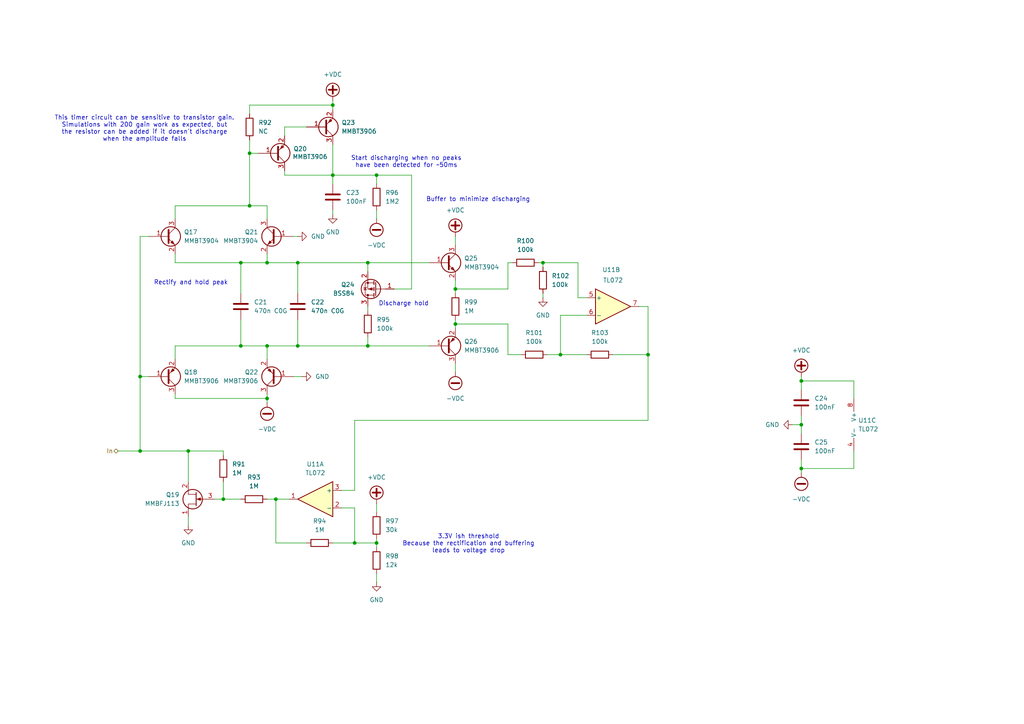
<source format=kicad_sch>
(kicad_sch (version 20231120) (generator "eeschema") (generator_version "8.0")
  (paper "A4")
  (title_block (title "ACID VCA CORE") (date "2025-03-27") (rev "1.0"))
  (lib_symbols
    (symbol "Amplifier_Operational:TL072" (pin_names (offset 0.127))
      (property "Reference" "U" (at 0 5.08 0))
      (property "Value" "TL072" (at 0 -5.08 0))
      (symbol "TL072_1_1"
        (polyline (pts (xy -5.08 5.08) (xy 5.08 0) (xy -5.08 -5.08) (xy -5.08 5.08)) (stroke (width 0.254)) (fill (type background)))
        (pin output line (at 7.62 0 180) (length 2.54) (name "~") (number "1"))
        (pin input line (at -7.62 -2.54 0) (length 2.54) (name "-") (number "2"))
        (pin input line (at -7.62 2.54 0) (length 2.54) (name "+") (number "3"))
      )
      (symbol "TL072_2_1"
        (polyline (pts (xy -5.08 5.08) (xy 5.08 0) (xy -5.08 -5.08) (xy -5.08 5.08)) (stroke (width 0.254)) (fill (type background)))
        (pin input line (at -7.62 2.54 0) (length 2.54) (name "+") (number "5"))
        (pin input line (at -7.62 -2.54 0) (length 2.54) (name "-") (number "6"))
        (pin output line (at 7.62 0 180) (length 2.54) (name "~") (number "7"))
      )
      (symbol "TL072_3_1"
        (pin power_in line (at -2.54 -7.62 90) (length 3.81) (name "V-") (number "4"))
        (pin power_in line (at -2.54 7.62 270) (length 3.81) (name "V+") (number "8"))
      )
    )
    (symbol "Device:C" (pin_numbers hide) (pin_names (offset 0.254))
      (property "Reference" "C" (at 0.635 2.54 0))
      (property "Value" "C" (at 0.635 -2.54 0))
      (symbol "C_0_1"
        (polyline (pts (xy -2.032 -0.762) (xy 2.032 -0.762)) (stroke (width 0.508)))
        (polyline (pts (xy -2.032 0.762) (xy 2.032 0.762)) (stroke (width 0.508)))
      )
      (symbol "C_1_1"
        (pin passive line (at 0 3.81 270) (length 2.794) (name "~") (number "1"))
        (pin passive line (at 0 -3.81 90) (length 2.794) (name "~") (number "2"))
      )
    )
    (symbol "Device:R" (pin_numbers hide) (pin_names (offset 0))
      (property "Reference" "R" (at 2.032 0 90))
      (property "Value" "R" (at 0 0 90))
      (symbol "R_0_1"
        (rectangle (start -1.016 -2.54) (end 1.016 2.54) (stroke (width 0.254)))
      )
      (symbol "R_1_1"
        (pin passive line (at 0 3.81 270) (length 1.27) (name "~") (number "1"))
        (pin passive line (at 0 -3.81 90) (length 1.27) (name "~") (number "2"))
      )
    )
    (symbol "Transistor_BJT:MMBT3904" (pin_names (offset 0) hide)
      (property "Reference" "Q" (at 5.08 1.905 0))
      (property "Value" "MMBT3904" (at 5.08 0 0))
      (symbol "MMBT3904_0_1"
        (polyline (pts (xy 0.635 0.635) (xy 2.54 2.54)))
        (polyline (pts (xy 0.635 -0.635) (xy 2.54 -2.54) (xy 2.54 -2.54)))
        (polyline (pts (xy 0.635 1.905) (xy 0.635 -1.905) (xy 0.635 -1.905)) (stroke (width 0.508)))
        (polyline (pts (xy 1.27 -1.778) (xy 1.778 -1.27) (xy 2.286 -2.286) (xy 1.27 -1.778) (xy 1.27 -1.778)) (fill (type outline)))
        (circle (center 1.27 0) (radius 2.8194) (stroke (width 0.254)))
      )
      (symbol "MMBT3904_1_1"
        (pin input line (at -5.08 0 0) (length 5.715) (name "B") (number "1"))
        (pin passive line (at 2.54 -5.08 90) (length 2.54) (name "E") (number "2"))
        (pin passive line (at 2.54 5.08 270) (length 2.54) (name "C") (number "3"))
      )
    )
    (symbol "Transistor_BJT:MMBT3906" (pin_names (offset 0) hide)
      (property "Reference" "Q" (at 5.08 1.905 0))
      (property "Value" "MMBT3906" (at 5.08 0 0))
      (symbol "MMBT3906_0_1"
        (polyline (pts (xy 0.635 0.635) (xy 2.54 2.54)))
        (polyline (pts (xy 0.635 -0.635) (xy 2.54 -2.54) (xy 2.54 -2.54)))
        (polyline (pts (xy 0.635 1.905) (xy 0.635 -1.905) (xy 0.635 -1.905)) (stroke (width 0.508)))
        (polyline (pts (xy 2.286 -1.778) (xy 1.778 -2.286) (xy 1.27 -1.27) (xy 2.286 -1.778) (xy 2.286 -1.778)) (fill (type outline)))
        (circle (center 1.27 0) (radius 2.8194) (stroke (width 0.254)))
      )
      (symbol "MMBT3906_1_1"
        (pin input line (at -5.08 0 0) (length 5.715) (name "B") (number "1"))
        (pin passive line (at 2.54 -5.08 90) (length 2.54) (name "E") (number "2"))
        (pin passive line (at 2.54 5.08 270) (length 2.54) (name "C") (number "3"))
      )
    )
    (symbol "Transistor_FET:BSS84" (pin_names hide)
      (property "Reference" "Q" (at 5.08 1.905 0))
      (property "Value" "BSS84" (at 5.08 0 0))
      (symbol "BSS84_0_1"
        (polyline (pts (xy 0.254 0) (xy -2.54 0)))
        (polyline (pts (xy 0.254 1.905) (xy 0.254 -1.905)) (stroke (width 0.254)))
        (polyline (pts (xy 0.762 -1.27) (xy 0.762 -2.286)) (stroke (width 0.254)))
        (polyline (pts (xy 0.762 0.508) (xy 0.762 -0.508)) (stroke (width 0.254)))
        (polyline (pts (xy 0.762 2.286) (xy 0.762 1.27)) (stroke (width 0.254)))
        (polyline (pts (xy 2.54 2.54) (xy 2.54 1.778)))
        (polyline (pts (xy 2.54 -2.54) (xy 2.54 0) (xy 0.762 0)))
        (polyline (pts (xy 0.762 1.778) (xy 3.302 1.778) (xy 3.302 -1.778) (xy 0.762 -1.778)))
        (polyline (pts (xy 2.286 0) (xy 1.27 0.381) (xy 1.27 -0.381) (xy 2.286 0)) (fill (type outline)))
        (polyline (pts (xy 2.794 -0.508) (xy 2.921 -0.381) (xy 3.683 -0.381) (xy 3.81 -0.254)))
        (polyline (pts (xy 3.302 -0.381) (xy 2.921 0.254) (xy 3.683 0.254) (xy 3.302 -0.381)))
        (circle (center 1.651 0) (radius 2.794) (stroke (width 0.254)))
        (circle (center 2.54 -1.778) (radius 0.254) (fill (type outline)))
        (circle (center 2.54 1.778) (radius 0.254) (fill (type outline)))
      )
      (symbol "BSS84_1_1"
        (pin input line (at -5.08 0 0) (length 2.54) (name "G") (number "1"))
        (pin passive line (at 2.54 -5.08 90) (length 2.54) (name "S") (number "2"))
        (pin passive line (at 2.54 5.08 270) (length 2.54) (name "D") (number "3"))
      )
    )
    (symbol "Transistor_FET:MMBFJ113" (pin_names hide)
      (property "Reference" "Q" (at 5.08 1.905 0))
      (property "Value" "MMBFJ113" (at 5.08 0 0))
      (symbol "MMBFJ113_0_1"
        (polyline (pts (xy 0.254 0) (xy -2.54 0)))
        (polyline (pts (xy 0.254 1.905) (xy 0.254 -1.905)) (stroke (width 0.254)))
        (polyline (pts (xy 2.54 -2.54) (xy 2.54 -1.397) (xy 0.254 -1.397)))
        (polyline (pts (xy 2.54 2.54) (xy 2.54 1.397) (xy 0.254 1.397)))
        (polyline (pts (xy 0 0) (xy -1.016 0.381) (xy -1.016 -0.381) (xy 0 0)) (fill (type outline)))
        (circle (center 1.27 0) (radius 2.8194) (stroke (width 0.254)))
      )
      (symbol "MMBFJ113_1_1"
        (pin passive line (at 2.54 5.08 270) (length 2.54) (name "D") (number "1"))
        (pin passive line (at 2.54 -5.08 90) (length 2.54) (name "S") (number "2"))
        (pin input line (at -5.08 0 0) (length 2.54) (name "G") (number "3"))
      )
    )
    (symbol "power:+VDC" (power) (pin_numbers hide) (pin_names (offset 0) hide)
      (property "Value" "+VDC" (at 0 6.35 0))
      (symbol "+VDC_0_1"
        (polyline (pts (xy -1.143 3.175) (xy 1.143 3.175)) (stroke (width 0.508)))
        (polyline (pts (xy 0 0) (xy 0 1.27)))
        (polyline (pts (xy 0 2.032) (xy 0 4.318)) (stroke (width 0.508)))
        (circle (center 0 3.175) (radius 1.905) (stroke (width 0.254)))
      )
      (symbol "+VDC_1_1"
        (pin power_in line (at 0 0 90) (length 0) (name "~") (number "1"))
      )
    )
    (symbol "power:-VDC" (power) (pin_numbers hide) (pin_names (offset 0) hide)
      (property "Value" "-VDC" (at 0 6.35 0))
      (symbol "-VDC_0_1"
        (polyline (pts (xy -1.143 3.175) (xy 1.143 3.175)) (stroke (width 0.508)))
        (polyline (pts (xy 0 0) (xy 0 1.27)))
        (circle (center 0 3.175) (radius 1.905) (stroke (width 0.254)))
      )
      (symbol "-VDC_1_1"
        (pin power_in line (at 0 0 90) (length 0) (name "~") (number "1"))
      )
    )
    (symbol "power:GND" (power) (pin_numbers hide) (pin_names (offset 0) hide)
      (property "Value" "GND" (at 0 -3.81 0))
      (symbol "GND_0_1"
        (polyline (pts (xy 0 0) (xy 0 -1.27) (xy 1.27 -1.27) (xy 0 -2.54) (xy -1.27 -1.27) (xy 0 -1.27)))
      )
      (symbol "GND_1_1"
        (pin power_in line (at 0 0 270) (length 0) (name "~") (number "1"))
      )
    )
  )
  (junction (at 96.52 30.48))
  (junction (at 106.68 100.33))
  (junction (at 232.41 110.49))
  (junction (at 109.22 50.8))
  (junction (at 86.36 100.33))
  (junction (at 162.56 102.87))
  (junction (at 40.64 130.81))
  (junction (at 77.47 100.33))
  (junction (at 54.61 130.81))
  (junction (at 72.39 44.45))
  (junction (at 77.47 115.57))
  (junction (at 232.41 123.19))
  (junction (at 69.85 100.33))
  (junction (at 64.77 144.78))
  (junction (at 80.01 144.78))
  (junction (at 132.08 93.98))
  (junction (at 40.64 109.22))
  (junction (at 72.39 59.69))
  (junction (at 232.41 135.89))
  (junction (at 132.08 83.82))
  (junction (at 102.87 157.48))
  (junction (at 187.96 102.87))
  (junction (at 77.47 76.2))
  (junction (at 109.22 157.48))
  (junction (at 96.52 50.8))
  (junction (at 157.48 76.2))
  (junction (at 86.36 76.2))
  (junction (at 106.68 76.2))
  (junction (at 69.85 76.2))
  (wire (pts (xy 147.32 93.98) (xy 147.32 102.87)))
  (wire (pts (xy 158.75 102.87) (xy 162.56 102.87)))
  (wire (pts (xy 69.85 92.71) (xy 69.85 100.33)))
  (wire (pts (xy 82.55 36.83) (xy 88.9 36.83)))
  (wire (pts (xy 64.77 130.81) (xy 54.61 130.81)))
  (wire (pts (xy 157.48 76.2) (xy 157.48 77.47)))
  (wire (pts (xy 40.64 130.81) (xy 54.61 130.81)))
  (wire (pts (xy 77.47 115.57) (xy 50.8 115.57)))
  (wire (pts (xy 102.87 142.24) (xy 102.87 121.92)))
  (wire (pts (xy 147.32 83.82) (xy 147.32 76.2)))
  (wire (pts (xy 187.96 121.92) (xy 187.96 102.87)))
  (wire (pts (xy 106.68 90.17) (xy 106.68 88.9)))
  (wire (pts (xy 77.47 73.66) (xy 77.47 76.2)))
  (wire (pts (xy 99.06 142.24) (xy 102.87 142.24)))
  (wire (pts (xy 162.56 91.44) (xy 162.56 102.87)))
  (wire (pts (xy 132.08 81.28) (xy 132.08 83.82)))
  (wire (pts (xy 232.41 123.19) (xy 232.41 125.73)))
  (wire (pts (xy 177.8 102.87) (xy 187.96 102.87)))
  (wire (pts (xy 77.47 76.2) (xy 86.36 76.2)))
  (wire (pts (xy 162.56 91.44) (xy 170.18 91.44)))
  (wire (pts (xy 50.8 115.57) (xy 50.8 114.3)))
  (wire (pts (xy 162.56 102.87) (xy 170.18 102.87)))
  (wire (pts (xy 86.36 100.33) (xy 106.68 100.33)))
  (wire (pts (xy 119.38 50.8) (xy 119.38 83.82)))
  (wire (pts (xy 80.01 144.78) (xy 83.82 144.78)))
  (wire (pts (xy 77.47 114.3) (xy 77.47 115.57)))
  (wire (pts (xy 96.52 50.8) (xy 96.52 53.34)))
  (wire (pts (xy 109.22 166.37) (xy 109.22 168.91)))
  (wire (pts (xy 69.85 76.2) (xy 69.85 85.09)))
  (wire (pts (xy 72.39 30.48) (xy 96.52 30.48)))
  (wire (pts (xy 50.8 59.69) (xy 72.39 59.69)))
  (wire (pts (xy 50.8 76.2) (xy 69.85 76.2)))
  (wire (pts (xy 102.87 157.48) (xy 102.87 147.32)))
  (wire (pts (xy 77.47 59.69) (xy 77.47 63.5)))
  (wire (pts (xy 77.47 100.33) (xy 77.47 104.14)))
  (wire (pts (xy 72.39 33.02) (xy 72.39 30.48)))
  (wire (pts (xy 157.48 85.09) (xy 157.48 86.36)))
  (wire (pts (xy 69.85 100.33) (xy 77.47 100.33)))
  (wire (pts (xy 96.52 60.96) (xy 96.52 62.23)))
  (wire (pts (xy 50.8 100.33) (xy 69.85 100.33)))
  (wire (pts (xy 147.32 102.87) (xy 151.13 102.87)))
  (wire (pts (xy 132.08 105.41) (xy 132.08 107.95)))
  (wire (pts (xy 229.87 123.19) (xy 232.41 123.19)))
  (wire (pts (xy 86.36 85.09) (xy 86.36 76.2)))
  (wire (pts (xy 69.85 76.2) (xy 77.47 76.2)))
  (wire (pts (xy 114.3 83.82) (xy 119.38 83.82)))
  (wire (pts (xy 106.68 100.33) (xy 124.46 100.33)))
  (wire (pts (xy 102.87 157.48) (xy 109.22 157.48)))
  (wire (pts (xy 40.64 68.58) (xy 40.64 109.22)))
  (wire (pts (xy 40.64 68.58) (xy 43.18 68.58)))
  (wire (pts (xy 50.8 63.5) (xy 50.8 59.69)))
  (wire (pts (xy 96.52 50.8) (xy 109.22 50.8)))
  (wire (pts (xy 50.8 104.14) (xy 50.8 100.33)))
  (wire (pts (xy 232.41 120.65) (xy 232.41 123.19)))
  (wire (pts (xy 132.08 83.82) (xy 132.08 85.09)))
  (wire (pts (xy 156.21 76.2) (xy 157.48 76.2)))
  (wire (pts (xy 96.52 41.91) (xy 96.52 50.8)))
  (wire (pts (xy 72.39 44.45) (xy 72.39 59.69)))
  (wire (pts (xy 106.68 76.2) (xy 106.68 78.74)))
  (wire (pts (xy 96.52 157.48) (xy 102.87 157.48)))
  (wire (pts (xy 132.08 93.98) (xy 147.32 93.98)))
  (wire (pts (xy 64.77 144.78) (xy 64.77 139.7)))
  (wire (pts (xy 96.52 30.48) (xy 96.52 31.75)))
  (wire (pts (xy 86.36 76.2) (xy 106.68 76.2)))
  (wire (pts (xy 54.61 149.86) (xy 54.61 152.4)))
  (wire (pts (xy 132.08 68.58) (xy 132.08 71.12)))
  (wire (pts (xy 40.64 109.22) (xy 40.64 130.81)))
  (wire (pts (xy 64.77 132.08) (xy 64.77 130.81)))
  (wire (pts (xy 167.64 86.36) (xy 170.18 86.36)))
  (wire (pts (xy 88.9 157.48) (xy 80.01 157.48)))
  (wire (pts (xy 85.09 68.58) (xy 86.36 68.58)))
  (wire (pts (xy 82.55 50.8) (xy 96.52 50.8)))
  (wire (pts (xy 132.08 93.98) (xy 132.08 95.25)))
  (wire (pts (xy 232.41 110.49) (xy 247.65 110.49)))
  (wire (pts (xy 132.08 83.82) (xy 147.32 83.82)))
  (wire (pts (xy 72.39 44.45) (xy 74.93 44.45)))
  (wire (pts (xy 232.41 110.49) (xy 232.41 113.03)))
  (wire (pts (xy 85.09 109.22) (xy 87.63 109.22)))
  (wire (pts (xy 157.48 76.2) (xy 167.64 76.2)))
  (wire (pts (xy 109.22 157.48) (xy 109.22 158.75)))
  (wire (pts (xy 82.55 50.8) (xy 82.55 49.53)))
  (wire (pts (xy 106.68 76.2) (xy 124.46 76.2)))
  (wire (pts (xy 102.87 121.92) (xy 187.96 121.92)))
  (wire (pts (xy 72.39 59.69) (xy 77.47 59.69)))
  (wire (pts (xy 72.39 40.64) (xy 72.39 44.45)))
  (wire (pts (xy 232.41 135.89) (xy 247.65 135.89)))
  (wire (pts (xy 86.36 100.33) (xy 86.36 92.71)))
  (wire (pts (xy 102.87 147.32) (xy 99.06 147.32)))
  (wire (pts (xy 54.61 130.81) (xy 54.61 139.7)))
  (wire (pts (xy 132.08 92.71) (xy 132.08 93.98)))
  (wire (pts (xy 64.77 144.78) (xy 69.85 144.78)))
  (wire (pts (xy 82.55 36.83) (xy 82.55 39.37)))
  (wire (pts (xy 119.38 50.8) (xy 109.22 50.8)))
  (wire (pts (xy 167.64 76.2) (xy 167.64 86.36)))
  (wire (pts (xy 62.23 144.78) (xy 64.77 144.78)))
  (wire (pts (xy 80.01 157.48) (xy 80.01 144.78)))
  (wire (pts (xy 77.47 115.57) (xy 77.47 116.84)))
  (wire (pts (xy 40.64 109.22) (xy 43.18 109.22)))
  (wire (pts (xy 147.32 76.2) (xy 148.59 76.2)))
  (wire (pts (xy 77.47 100.33) (xy 86.36 100.33)))
  (wire (pts (xy 109.22 50.8) (xy 109.22 53.34)))
  (wire (pts (xy 50.8 73.66) (xy 50.8 76.2)))
  (wire (pts (xy 232.41 133.35) (xy 232.41 135.89)))
  (wire (pts (xy 77.47 144.78) (xy 80.01 144.78)))
  (wire (pts (xy 109.22 146.05) (xy 109.22 148.59)))
  (wire (pts (xy 232.41 137.16) (xy 232.41 135.89)))
  (wire (pts (xy 109.22 60.96) (xy 109.22 63.5)))
  (wire (pts (xy 247.65 110.49) (xy 247.65 115.57)))
  (wire (pts (xy 34.29 130.81) (xy 40.64 130.81)))
  (wire (pts (xy 187.96 88.9) (xy 187.96 102.87)))
  (wire (pts (xy 187.96 88.9) (xy 185.42 88.9)))
  (wire (pts (xy 247.65 135.89) (xy 247.65 130.81)))
  (wire (pts (xy 106.68 97.79) (xy 106.68 100.33)))
  (wire (pts (xy 232.41 109.22) (xy 232.41 110.49)))
  (wire (pts (xy 96.52 29.21) (xy 96.52 30.48)))
  (wire (pts (xy 109.22 156.21) (xy 109.22 157.48)))
  (text "Start discharging when no peaks\nhave been detected for ~50ms" (at 117.856 46.99 0) (effects (font (size 1.27 1.27))))
  (text "3.3V ish threshold\nBecause the rectification and buffering\nleads to voltage drop" (at 135.89 157.734 0) (effects (font (size 1.27 1.27))))
  (text "Buffer to minimize discharging" (at 138.684 57.912 0) (effects (font (size 1.27 1.27))))
  (text "Rectify and hold peak" (at 55.372 82.042 0) (effects (font (size 1.27 1.27))))
  (text "Discharge hold" (at 117.094 88.138 0) (effects (font (size 1.27 1.27))))
  (text "This timer circuit can be sensitive to transistor gain.\nSimulations with 200 gain work as expected, but\nthe resistor can be added if it doesn't discharge\nwhen the amplitude falls" (at 41.91 37.338 0) (effects (font (size 1.27 1.27))))
  (hierarchical_label "In" (shape bidirectional) (at 34.29 130.81 180))
  (symbol (lib_id "power:-VDC") (at 132.08 107.95 180) (unit 1)
    (property "Reference" "#PWR0100" (effects (hide yes)))
    (property "Value" "-VDC" (at 132.08 115.57 0))
    (property "Description" "Power symbol creates a global label with name \"-VDC\"" (effects (hide yes)))
  )
  (symbol (lib_id "Transistor_FET:BSS84") (at 109.22 83.82 180) (unit 1)
    (property "Reference" "Q24" (at 102.87 82.5499 0) (effects (justify left)))
    (property "Value" "BSS84" (at 102.87 85.0899 0) (effects (justify left)))
    (property "Footprint" "Package_TO_SOT_SMD:SOT-23" (effects (hide yes)))
    (property "Datasheet" "http://assets.nexperia.com/documents/data-sheet/BSS84.pdf" (effects (hide yes)))
    (property "Description" "-0.13A Id, -50V Vds, P-Channel MOSFET, SOT-23" (effects (hide yes)))
  )
  (symbol (lib_id "Amplifier_Operational:TL072") (at 91.44 144.78 0) (mirror y) (unit 1)
    (property "Reference" "U11" (at 91.44 134.62 0))
    (property "Value" "TL072" (at 91.44 137.16 0))
    (property "Footprint" "Package_SO:SO-8_3.9x4.9mm_P1.27mm" (effects (hide yes)))
    (property "Datasheet" "http://www.ti.com/lit/ds/symlink/tl071.pdf" (effects (hide yes)))
    (property "Description" "Dual Low-Noise JFET-Input Operational Amplifiers, DIP-8/SOIC-8" (effects (hide yes)))
  )
  (symbol (lib_id "Device:R") (at 157.48 81.28 180) (unit 1)
    (property "Reference" "R102" (at 160.02 80.0099 0) (effects (justify right)))
    (property "Value" "100k" (at 160.02 82.5499 0) (effects (justify right)))
    (property "Footprint" "Resistor_SMD:R_0603_1608Metric" (effects (hide yes)))
    (property "Description" "Resistor" (effects (hide yes)))
  )
  (symbol (lib_id "Device:R") (at 152.4 76.2 90) (unit 1)
    (property "Reference" "R100" (at 152.4 69.85 90))
    (property "Value" "100k" (at 152.4 72.39 90))
    (property "Footprint" "Resistor_SMD:R_0603_1608Metric" (effects (hide yes)))
    (property "Description" "Resistor" (effects (hide yes)))
  )
  (symbol (lib_id "power:+VDC") (at 96.52 29.21 0) (unit 1)
    (property "Reference" "#PWR094" (effects (hide yes)))
    (property "Value" "+VDC" (at 96.52 21.59 0))
    (property "Description" "Power symbol creates a global label with name \"+VDC\"" (effects (hide yes)))
  )
  (symbol (lib_id "Device:R") (at 173.99 102.87 90) (unit 1)
    (property "Reference" "R103" (at 173.99 96.52 90))
    (property "Value" "100k" (at 173.99 99.06 90))
    (property "Footprint" "Resistor_SMD:R_0603_1608Metric" (effects (hide yes)))
    (property "Description" "Resistor" (effects (hide yes)))
  )
  (symbol (lib_id "power:+VDC") (at 132.08 68.58 0) (unit 1)
    (property "Reference" "#PWR099" (effects (hide yes)))
    (property "Value" "+VDC" (at 132.08 60.96 0))
    (property "Description" "Power symbol creates a global label with name \"+VDC\"" (effects (hide yes)))
  )
  (symbol (lib_id "Transistor_BJT:MMBT3906") (at 48.26 109.22 0) (mirror x) (unit 1)
    (property "Reference" "Q18" (at 53.34 107.9499 0) (effects (justify left)))
    (property "Value" "MMBT3906" (at 53.34 110.4899 0) (effects (justify left)))
    (property "Footprint" "Package_TO_SOT_SMD:SOT-23" (effects (hide yes)))
    (property "Datasheet" "https://www.onsemi.com/pdf/datasheet/pzt3906-d.pdf" (effects (hide yes)))
    (property "Description" "-0.2A Ic, -40V Vce, Small Signal PNP Transistor, SOT-23" (effects (hide yes)))
  )
  (symbol (lib_id "Device:R") (at 109.22 57.15 0) (unit 1)
    (property "Reference" "R96" (at 111.76 55.8799 0) (effects (justify left)))
    (property "Value" "1M2" (at 111.76 58.4199 0) (effects (justify left)))
    (property "Footprint" "Resistor_SMD:R_0603_1608Metric" (effects (hide yes)))
    (property "Description" "Resistor" (effects (hide yes)))
  )
  (symbol (lib_id "Device:R") (at 109.22 152.4 0) (unit 1)
    (property "Reference" "R97" (at 111.76 151.1299 0) (effects (justify left)))
    (property "Value" "30k" (at 111.76 153.6699 0) (effects (justify left)))
    (property "Footprint" "Resistor_SMD:R_0603_1608Metric" (effects (hide yes)))
    (property "Description" "Resistor" (effects (hide yes)))
  )
  (symbol (lib_id "Device:R") (at 64.77 135.89 0) (unit 1)
    (property "Reference" "R91" (at 67.31 134.6199 0) (effects (justify left)))
    (property "Value" "1M" (at 67.31 137.1599 0) (effects (justify left)))
    (property "Footprint" "Resistor_SMD:R_0603_1608Metric" (effects (hide yes)))
    (property "Description" "Resistor" (effects (hide yes)))
  )
  (symbol (lib_id "power:GND") (at 109.22 168.91 0) (unit 1)
    (property "Reference" "#PWR098" (effects (hide yes)))
    (property "Value" "GND" (at 109.22 173.99 0))
    (property "Description" "Power symbol creates a global label with name \"GND\" , ground" (effects (hide yes)))
  )
  (symbol (lib_id "power:GND") (at 87.63 109.22 90) (unit 1)
    (property "Reference" "#PWR093" (effects (hide yes)))
    (property "Value" "GND" (at 91.44 109.2199 90) (effects (justify right)))
    (property "Description" "Power symbol creates a global label with name \"GND\" , ground" (effects (hide yes)))
  )
  (symbol (lib_id "Transistor_BJT:MMBT3904") (at 129.54 76.2 0) (unit 1)
    (property "Reference" "Q25" (at 134.62 74.9299 0) (effects (justify left)))
    (property "Value" "MMBT3904" (at 134.62 77.4699 0) (effects (justify left)))
    (property "Footprint" "Package_TO_SOT_SMD:SOT-23" (effects (hide yes)))
    (property "Datasheet" "https://www.onsemi.com/pdf/datasheet/pzt3904-d.pdf" (effects (hide yes)))
    (property "Description" "0.2A Ic, 40V Vce, Small Signal NPN Transistor, SOT-23" (effects (hide yes)))
  )
  (symbol (lib_id "power:+VDC") (at 232.41 109.22 0) (unit 1)
    (property "Reference" "#PWR0103" (effects (hide yes)))
    (property "Value" "+VDC" (at 232.41 101.6 0))
    (property "Description" "Power symbol creates a global label with name \"+VDC\"" (effects (hide yes)))
  )
  (symbol (lib_id "power:GND") (at 86.36 68.58 90) (unit 1)
    (property "Reference" "#PWR092" (effects (hide yes)))
    (property "Value" "GND" (at 90.17 68.5799 90) (effects (justify right)))
    (property "Description" "Power symbol creates a global label with name \"GND\" , ground" (effects (hide yes)))
  )
  (symbol (lib_id "Transistor_BJT:MMBT3906") (at 93.98 36.83 0) (mirror x) (unit 1)
    (property "Reference" "Q23" (at 99.06 35.5599 0) (effects (justify left)))
    (property "Value" "MMBT3906" (at 99.06 38.0999 0) (effects (justify left)))
    (property "Footprint" "Package_TO_SOT_SMD:SOT-23" (effects (hide yes)))
    (property "Datasheet" "https://www.onsemi.com/pdf/datasheet/pzt3906-d.pdf" (effects (hide yes)))
    (property "Description" "-0.2A Ic, -40V Vce, Small Signal PNP Transistor, SOT-23" (effects (hide yes)))
  )
  (symbol (lib_id "power:GND") (at 54.61 152.4 0) (unit 1)
    (property "Reference" "#PWR090" (effects (hide yes)))
    (property "Value" "GND" (at 54.61 157.48 0))
    (property "Description" "Power symbol creates a global label with name \"GND\" , ground" (effects (hide yes)))
  )
  (symbol (lib_id "Device:R") (at 106.68 93.98 0) (unit 1)
    (property "Reference" "R95" (at 109.22 92.7099 0) (effects (justify left)))
    (property "Value" "100k" (at 109.22 95.2499 0) (effects (justify left)))
    (property "Footprint" "Resistor_SMD:R_0603_1608Metric" (effects (hide yes)))
    (property "Description" "Resistor" (effects (hide yes)))
  )
  (symbol (lib_id "power:-VDC") (at 109.22 63.5 180) (unit 1)
    (property "Reference" "#PWR096" (effects (hide yes)))
    (property "Value" "-VDC" (at 109.22 71.12 0))
    (property "Description" "Power symbol creates a global label with name \"-VDC\"" (effects (hide yes)))
  )
  (symbol (lib_id "Transistor_BJT:MMBT3906") (at 80.01 109.22 180) (unit 1)
    (property "Reference" "Q22" (at 74.93 107.9499 0) (effects (justify left)))
    (property "Value" "MMBT3906" (at 74.93 110.4899 0) (effects (justify left)))
    (property "Footprint" "Package_TO_SOT_SMD:SOT-23" (effects (hide yes)))
    (property "Datasheet" "https://www.onsemi.com/pdf/datasheet/pzt3906-d.pdf" (effects (hide yes)))
    (property "Description" "-0.2A Ic, -40V Vce, Small Signal PNP Transistor, SOT-23" (effects (hide yes)))
  )
  (symbol (lib_id "power:GND") (at 229.87 123.19 270) (unit 1)
    (property "Reference" "#PWR0102" (effects (hide yes)))
    (property "Value" "GND" (at 226.06 123.1899 90) (effects (justify right)))
    (property "Description" "Power symbol creates a global label with name \"GND\" , ground" (effects (hide yes)))
  )
  (symbol (lib_id "Device:R") (at 72.39 36.83 0) (unit 1)
    (property "Reference" "R92" (at 74.93 35.5599 0) (effects (justify left)))
    (property "Value" "NC" (at 74.93 38.0999 0) (effects (justify left)))
    (property "Footprint" "Resistor_SMD:R_0603_1608Metric" (effects (hide yes)))
    (property "Description" "Resistor" (effects (hide yes)))
  )
  (symbol (lib_id "Transistor_BJT:MMBT3904") (at 80.01 68.58 0) (mirror y) (unit 1)
    (property "Reference" "Q21" (at 74.93 67.3099 0) (effects (justify left)))
    (property "Value" "MMBT3904" (at 74.93 69.8499 0) (effects (justify left)))
    (property "Footprint" "Package_TO_SOT_SMD:SOT-23" (effects (hide yes)))
    (property "Datasheet" "https://www.onsemi.com/pdf/datasheet/pzt3904-d.pdf" (effects (hide yes)))
    (property "Description" "0.2A Ic, 40V Vce, Small Signal NPN Transistor, SOT-23" (effects (hide yes)))
  )
  (symbol (lib_id "Device:R") (at 154.94 102.87 90) (unit 1)
    (property "Reference" "R101" (at 154.94 96.52 90))
    (property "Value" "100k" (at 154.94 99.06 90))
    (property "Footprint" "Resistor_SMD:R_0603_1608Metric" (effects (hide yes)))
    (property "Description" "Resistor" (effects (hide yes)))
  )
  (symbol (lib_id "Device:C") (at 96.52 57.15 0) (unit 1)
    (property "Reference" "C23" (at 100.33 55.8799 0) (effects (justify left)))
    (property "Value" "100nF" (at 100.33 58.4199 0) (effects (justify left)))
    (property "Footprint" "Capacitor_SMD:C_0603_1608Metric" (effects (hide yes)))
    (property "Description" "Unpolarized capacitor" (effects (hide yes)))
  )
  (symbol (lib_id "Device:R") (at 109.22 162.56 0) (unit 1)
    (property "Reference" "R98" (at 111.76 161.2899 0) (effects (justify left)))
    (property "Value" "12k" (at 111.76 163.8299 0) (effects (justify left)))
    (property "Footprint" "Resistor_SMD:R_0603_1608Metric" (effects (hide yes)))
    (property "Description" "Resistor" (effects (hide yes)))
  )
  (symbol (lib_id "Amplifier_Operational:TL072") (at 250.19 123.19 0) (unit 3)
    (property "Reference" "U11" (at 248.92 121.9199 0) (effects (justify left)))
    (property "Value" "TL072" (at 248.92 124.4599 0) (effects (justify left)))
    (property "Footprint" "Package_SO:SO-8_3.9x4.9mm_P1.27mm" (effects (hide yes)))
    (property "Datasheet" "http://www.ti.com/lit/ds/symlink/tl071.pdf" (effects (hide yes)))
    (property "Description" "Dual Low-Noise JFET-Input Operational Amplifiers, DIP-8/SOIC-8" (effects (hide yes)))
  )
  (symbol (lib_id "Device:C") (at 69.85 88.9 0) (unit 1)
    (property "Reference" "C21" (at 73.66 87.6299 0) (effects (justify left)))
    (property "Value" "470n C0G" (at 73.66 90.1699 0) (effects (justify left)))
    (property "Footprint" "Capacitor_SMD:C_1206_3216Metric" (effects (hide yes)))
    (property "Description" "Unpolarized capacitor" (effects (hide yes)))
  )
  (symbol (lib_id "power:GND") (at 96.52 62.23 0) (unit 1)
    (property "Reference" "#PWR095" (effects (hide yes)))
    (property "Value" "GND" (at 96.52 67.31 0))
    (property "Description" "Power symbol creates a global label with name \"GND\" , ground" (effects (hide yes)))
  )
  (symbol (lib_id "Device:R") (at 92.71 157.48 90) (unit 1)
    (property "Reference" "R94" (at 92.71 151.13 90))
    (property "Value" "1M" (at 92.71 153.67 90))
    (property "Footprint" "Resistor_SMD:R_0603_1608Metric" (effects (hide yes)))
    (property "Description" "Resistor" (effects (hide yes)))
  )
  (symbol (lib_id "Device:R") (at 73.66 144.78 90) (unit 1)
    (property "Reference" "R93" (at 73.66 138.43 90))
    (property "Value" "1M" (at 73.66 140.97 90))
    (property "Footprint" "Resistor_SMD:R_0603_1608Metric" (effects (hide yes)))
    (property "Description" "Resistor" (effects (hide yes)))
  )
  (symbol (lib_id "Device:C") (at 232.41 116.84 0) (unit 1)
    (property "Reference" "C24" (at 236.22 115.5699 0) (effects (justify left)))
    (property "Value" "100nF" (at 236.22 118.1099 0) (effects (justify left)))
    (property "Footprint" "Capacitor_SMD:C_0603_1608Metric" (effects (hide yes)))
    (property "Description" "Unpolarized capacitor" (effects (hide yes)))
  )
  (symbol (lib_id "Amplifier_Operational:TL072") (at 177.8 88.9 0) (unit 2)
    (property "Reference" "U11" (at 177.292 78.232 0))
    (property "Value" "TL072" (at 177.8 81.28 0))
    (property "Footprint" "Package_SO:SO-8_3.9x4.9mm_P1.27mm" (effects (hide yes)))
    (property "Datasheet" "http://www.ti.com/lit/ds/symlink/tl071.pdf" (effects (hide yes)))
    (property "Description" "Dual Low-Noise JFET-Input Operational Amplifiers, DIP-8/SOIC-8" (effects (hide yes)))
  )
  (symbol (lib_id "power:+VDC") (at 109.22 146.05 0) (unit 1)
    (property "Reference" "#PWR097" (effects (hide yes)))
    (property "Value" "+VDC" (at 109.22 138.43 0))
    (property "Description" "Power symbol creates a global label with name \"+VDC\"" (effects (hide yes)))
  )
  (symbol (lib_id "Transistor_BJT:MMBT3906") (at 80.01 44.45 0) (mirror x) (unit 1)
    (property "Reference" "Q20" (at 85.09 43.1799 0) (effects (justify left)))
    (property "Value" "MMBT3906" (at 84.836 45.466 0) (effects (justify left)))
    (property "Footprint" "Package_TO_SOT_SMD:SOT-23" (effects (hide yes)))
    (property "Datasheet" "https://www.onsemi.com/pdf/datasheet/pzt3906-d.pdf" (effects (hide yes)))
    (property "Description" "-0.2A Ic, -40V Vce, Small Signal PNP Transistor, SOT-23" (effects (hide yes)))
  )
  (symbol (lib_id "power:-VDC") (at 232.41 137.16 180) (unit 1)
    (property "Reference" "#PWR0104" (effects (hide yes)))
    (property "Value" "-VDC" (at 232.41 144.78 0))
    (property "Description" "Power symbol creates a global label with name \"-VDC\"" (effects (hide yes)))
  )
  (symbol (lib_id "power:-VDC") (at 77.47 116.84 180) (unit 1)
    (property "Reference" "#PWR091" (effects (hide yes)))
    (property "Value" "-VDC" (at 77.47 124.46 0))
    (property "Description" "Power symbol creates a global label with name \"-VDC\"" (effects (hide yes)))
  )
  (symbol (lib_id "Device:R") (at 132.08 88.9 0) (unit 1)
    (property "Reference" "R99" (at 134.62 87.6299 0) (effects (justify left)))
    (property "Value" "1M" (at 134.62 90.1699 0) (effects (justify left)))
    (property "Footprint" "Resistor_SMD:R_0603_1608Metric" (effects (hide yes)))
    (property "Description" "Resistor" (effects (hide yes)))
  )
  (symbol (lib_id "Transistor_BJT:MMBT3906") (at 129.54 100.33 0) (mirror x) (unit 1)
    (property "Reference" "Q26" (at 134.62 99.0599 0) (effects (justify left)))
    (property "Value" "MMBT3906" (at 134.62 101.5999 0) (effects (justify left)))
    (property "Footprint" "Package_TO_SOT_SMD:SOT-23" (effects (hide yes)))
    (property "Datasheet" "https://www.onsemi.com/pdf/datasheet/pzt3906-d.pdf" (effects (hide yes)))
    (property "Description" "-0.2A Ic, -40V Vce, Small Signal PNP Transistor, SOT-23" (effects (hide yes)))
  )
  (symbol (lib_id "Transistor_FET:MMBFJ113") (at 57.15 144.78 180) (unit 1)
    (property "Reference" "Q19" (at 52.07 143.5099 0) (effects (justify left)))
    (property "Value" "MMBFJ113" (at 52.07 146.0499 0) (effects (justify left)))
    (property "Footprint" "Package_TO_SOT_SMD:SOT-23" (effects (hide yes)))
    (property "Datasheet" "https://www.onsemi.com/pub/Collateral/MMBFJ113-D.PDF" (effects (hide yes)))
    (property "Description" "2mA min, 35V, 100mOhm max, 0.5-3V Vgs(off), N-Channel JFET, SOT-23" (effects (hide yes)))
  )
  (symbol (lib_id "power:GND") (at 157.48 86.36 0) (unit 1)
    (property "Reference" "#PWR0101" (effects (hide yes)))
    (property "Value" "GND" (at 157.48 91.44 0))
    (property "Description" "Power symbol creates a global label with name \"GND\" , ground" (effects (hide yes)))
  )
  (symbol (lib_id "Device:C") (at 86.36 88.9 0) (unit 1)
    (property "Reference" "C22" (at 90.17 87.6299 0) (effects (justify left)))
    (property "Value" "470n C0G" (at 90.17 90.1699 0) (effects (justify left)))
    (property "Footprint" "Capacitor_SMD:C_1206_3216Metric" (effects (hide yes)))
    (property "Description" "Unpolarized capacitor" (effects (hide yes)))
  )
  (symbol (lib_id "Transistor_BJT:MMBT3904") (at 48.26 68.58 0) (unit 1)
    (property "Reference" "Q17" (at 53.34 67.3099 0) (effects (justify left)))
    (property "Value" "MMBT3904" (at 53.34 69.8499 0) (effects (justify left)))
    (property "Footprint" "Package_TO_SOT_SMD:SOT-23" (effects (hide yes)))
    (property "Datasheet" "https://www.onsemi.com/pdf/datasheet/pzt3904-d.pdf" (effects (hide yes)))
    (property "Description" "0.2A Ic, 40V Vce, Small Signal NPN Transistor, SOT-23" (effects (hide yes)))
  )
  (symbol (lib_id "Device:C") (at 232.41 129.54 0) (unit 1)
    (property "Reference" "C25" (at 236.22 128.2699 0) (effects (justify left)))
    (property "Value" "100nF" (at 236.22 130.8099 0) (effects (justify left)))
    (property "Footprint" "Capacitor_SMD:C_0603_1608Metric" (effects (hide yes)))
    (property "Description" "Unpolarized capacitor" (effects (hide yes)))
  )
)
</source>
